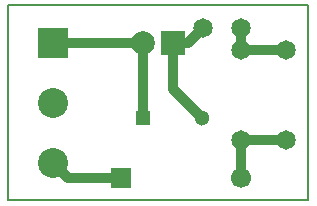
<source format=gbr>
G04 #@! TF.FileFunction,Copper,L2,Bot,Signal*
%FSLAX46Y46*%
G04 Gerber Fmt 4.6, Leading zero omitted, Abs format (unit mm)*
G04 Created by KiCad (PCBNEW 4.0.0-rc1-stable) date 30/11/2015 21:11:26*
%MOMM*%
G01*
G04 APERTURE LIST*
%ADD10C,0.100000*%
%ADD11C,0.150000*%
%ADD12R,1.300000X1.300000*%
%ADD13C,1.300000*%
%ADD14R,2.000000X2.000000*%
%ADD15C,2.000000*%
%ADD16C,1.699260*%
%ADD17R,1.699260X1.699260*%
%ADD18R,2.540000X2.540000*%
%ADD19C,2.540000*%
%ADD20C,1.651000*%
%ADD21C,0.812800*%
G04 APERTURE END LIST*
D10*
D11*
X151765000Y-113665000D02*
X147955000Y-113665000D01*
X151765000Y-97155000D02*
X151765000Y-113665000D01*
X147955000Y-97155000D02*
X151765000Y-97155000D01*
X126365000Y-113665000D02*
X147955000Y-113665000D01*
X126365000Y-113030000D02*
X126365000Y-113665000D01*
X126365000Y-97155000D02*
X126365000Y-113030000D01*
X147955000Y-97155000D02*
X126365000Y-97155000D01*
D12*
X137795000Y-106680000D03*
D13*
X142795000Y-106680000D03*
D14*
X140335000Y-100330000D03*
D15*
X137795000Y-100330000D03*
D16*
X146050520Y-111757460D03*
D17*
X135890520Y-111757460D03*
D18*
X130175000Y-100330000D03*
D19*
X130175000Y-105410000D03*
X130175000Y-110490000D03*
D20*
X146050000Y-100965000D03*
X146050000Y-108585000D03*
X149860000Y-100965000D03*
X149860000Y-108585000D03*
X146050000Y-99060000D03*
X142875000Y-99060000D03*
D21*
X130175000Y-100330000D02*
X137795000Y-100330000D01*
X137795000Y-100330000D02*
X137795000Y-106680000D01*
X146050000Y-100965000D02*
X149860000Y-100965000D01*
X140335000Y-100330000D02*
X141605000Y-100330000D01*
X146050000Y-99060000D02*
X146050000Y-100965000D01*
X141605000Y-100330000D02*
X142875000Y-99060000D01*
X140335000Y-100330000D02*
X140335000Y-104220000D01*
X140335000Y-104220000D02*
X142795000Y-106680000D01*
X146050000Y-108585000D02*
X149860000Y-108585000D01*
X146050000Y-108585000D02*
X146050000Y-111756940D01*
X146050000Y-111756940D02*
X146050520Y-111757460D01*
X135890520Y-111757460D02*
X131442460Y-111757460D01*
X131442460Y-111757460D02*
X130175000Y-110490000D01*
M02*

</source>
